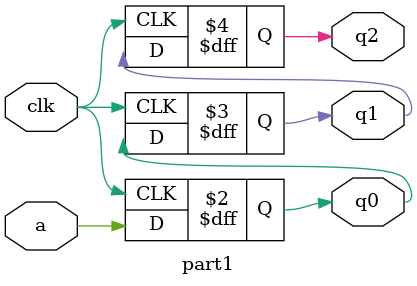
<source format=v>
`timescale 1ns / 1ps

module part1(a,clk,q0,q1,q2
    );
	 input a,clk;
	 output reg q0,q1,q2;
	 always @(posedge clk)
	 begin
		q0 <= a;
		q1 <= q0;
		q2 <= q1;
	 end
endmodule

</source>
